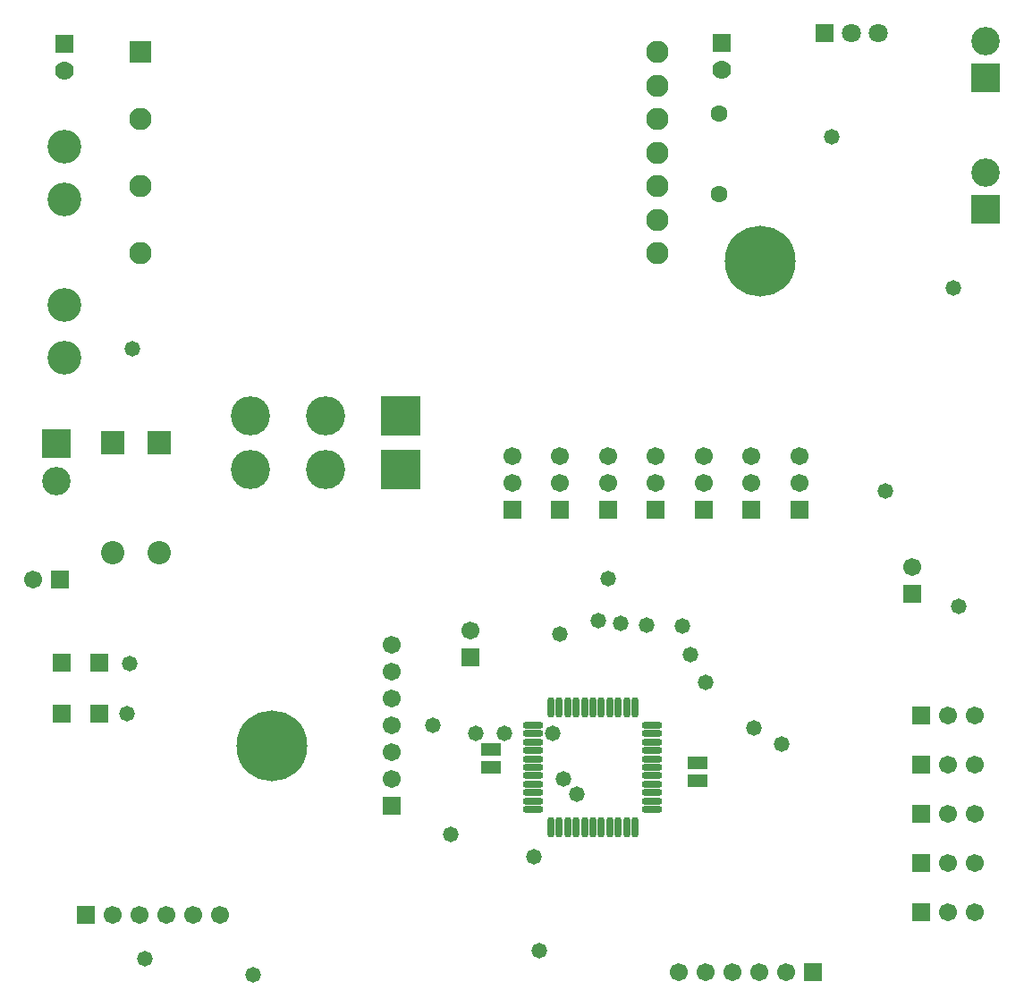
<source format=gbs>
%FSLAX23Y23*%
%MOIN*%
G70*
G01*
G75*
G04 Layer_Color=16711935*
%ADD10R,0.083X0.055*%
%ADD11R,0.061X0.035*%
%ADD12R,0.035X0.061*%
%ADD13R,0.067X0.039*%
%ADD14R,0.059X0.059*%
%ADD15C,0.039*%
%ADD16C,0.012*%
%ADD17C,0.020*%
%ADD18R,0.059X0.059*%
%ADD19C,0.059*%
%ADD20C,0.256*%
%ADD21C,0.118*%
%ADD22C,0.075*%
%ADD23R,0.075X0.075*%
%ADD24C,0.062*%
%ADD25R,0.062X0.062*%
%ADD26R,0.138X0.138*%
%ADD27C,0.138*%
%ADD28R,0.063X0.063*%
%ADD29C,0.063*%
%ADD30C,0.098*%
%ADD31R,0.098X0.098*%
%ADD32C,0.055*%
%ADD33C,0.079*%
%ADD34R,0.079X0.079*%
%ADD35C,0.050*%
%ADD36O,0.020X0.069*%
%ADD37O,0.069X0.020*%
%ADD38C,0.010*%
%ADD39C,0.006*%
%ADD40C,0.001*%
%ADD41C,0.008*%
%ADD42R,0.110X0.031*%
%ADD43R,0.091X0.063*%
%ADD44R,0.069X0.043*%
%ADD45R,0.043X0.069*%
%ADD46R,0.075X0.047*%
%ADD47R,0.067X0.067*%
%ADD48R,0.067X0.067*%
%ADD49C,0.067*%
%ADD50C,0.264*%
%ADD51C,0.126*%
%ADD52C,0.083*%
%ADD53R,0.083X0.083*%
%ADD54C,0.070*%
%ADD55R,0.070X0.070*%
%ADD56R,0.146X0.146*%
%ADD57C,0.146*%
%ADD58R,0.071X0.071*%
%ADD59C,0.071*%
%ADD60C,0.106*%
%ADD61R,0.106X0.106*%
%ADD62C,0.063*%
%ADD63C,0.087*%
%ADD64R,0.087X0.087*%
%ADD65C,0.058*%
%ADD66O,0.028X0.077*%
%ADD67O,0.077X0.028*%
D46*
X3865Y4055D02*
D03*
Y3990D02*
D03*
X4635Y4005D02*
D03*
Y3940D02*
D03*
D47*
X2404Y4380D02*
D03*
X2266D02*
D03*
X2404Y4190D02*
D03*
X2266D02*
D03*
X5470Y3450D02*
D03*
Y3633D02*
D03*
Y3816D02*
D03*
Y3999D02*
D03*
Y4182D02*
D03*
X2355Y3440D02*
D03*
X5065Y3225D02*
D03*
X2260Y4690D02*
D03*
D48*
X3790Y4400D02*
D03*
X5435Y4635D02*
D03*
X3495Y3845D02*
D03*
X3945Y4950D02*
D03*
X4123D02*
D03*
X4302D02*
D03*
X4480D02*
D03*
X4658D02*
D03*
X4837D02*
D03*
X5015D02*
D03*
D49*
X3790Y4500D02*
D03*
X5435Y4735D02*
D03*
X3495Y4045D02*
D03*
Y3945D02*
D03*
Y4145D02*
D03*
Y4245D02*
D03*
Y4345D02*
D03*
Y4445D02*
D03*
X5570Y3450D02*
D03*
X5670D02*
D03*
X5570Y3633D02*
D03*
X5670D02*
D03*
X5570Y3816D02*
D03*
X5670D02*
D03*
X5570Y3999D02*
D03*
X5670D02*
D03*
X5570Y4182D02*
D03*
X5670D02*
D03*
X2855Y3440D02*
D03*
X2755D02*
D03*
X2655D02*
D03*
X2555D02*
D03*
X2455D02*
D03*
X3945Y5050D02*
D03*
Y5150D02*
D03*
X4123Y5050D02*
D03*
Y5150D02*
D03*
X4302Y5050D02*
D03*
Y5150D02*
D03*
X4480Y5050D02*
D03*
Y5150D02*
D03*
X4658Y5050D02*
D03*
Y5150D02*
D03*
X4837Y5050D02*
D03*
Y5150D02*
D03*
X5015Y5050D02*
D03*
Y5150D02*
D03*
X4965Y3225D02*
D03*
X4865D02*
D03*
X4765D02*
D03*
X4665D02*
D03*
X4565D02*
D03*
X2160Y4690D02*
D03*
D50*
X3050Y4070D02*
D03*
X4870Y5875D02*
D03*
D51*
X2275Y6106D02*
D03*
Y6302D02*
D03*
Y5515D02*
D03*
Y5712D02*
D03*
D52*
X4485Y6655D02*
D03*
Y6530D02*
D03*
Y6405D02*
D03*
Y6280D02*
D03*
Y6155D02*
D03*
Y6030D02*
D03*
Y5905D02*
D03*
X2560D02*
D03*
Y6155D02*
D03*
Y6405D02*
D03*
D53*
Y6655D02*
D03*
D54*
X2275Y6585D02*
D03*
X4725Y6590D02*
D03*
D55*
X2275Y6685D02*
D03*
X4725Y6690D02*
D03*
D56*
X3530Y5300D02*
D03*
Y5100D02*
D03*
D57*
X3250D02*
D03*
X2970D02*
D03*
X3250Y5300D02*
D03*
X2970D02*
D03*
D58*
X5110Y6725D02*
D03*
D59*
X5210D02*
D03*
X5310D02*
D03*
D60*
X5710Y6698D02*
D03*
X2245Y5057D02*
D03*
X5710Y6208D02*
D03*
D61*
Y6560D02*
D03*
X2245Y5195D02*
D03*
X5710Y6070D02*
D03*
D62*
X4715Y6425D02*
D03*
Y6125D02*
D03*
D63*
X2455Y4789D02*
D03*
X2630D02*
D03*
D64*
X2455Y5201D02*
D03*
X2630D02*
D03*
D65*
X2530Y5550D02*
D03*
X5135Y6340D02*
D03*
X5590Y5775D02*
D03*
X5335Y5020D02*
D03*
X3650Y4145D02*
D03*
X3810Y4115D02*
D03*
X4095D02*
D03*
X3915D02*
D03*
X4135Y3945D02*
D03*
X4185Y3890D02*
D03*
X2980Y3215D02*
D03*
X2575Y3275D02*
D03*
X4045Y3305D02*
D03*
X3715Y3740D02*
D03*
X4025Y3655D02*
D03*
X4123Y4488D02*
D03*
X4302Y4692D02*
D03*
X4265Y4535D02*
D03*
X4350Y4525D02*
D03*
X4445Y4520D02*
D03*
X4580Y4515D02*
D03*
X4950Y4075D02*
D03*
X4845Y4135D02*
D03*
X4610Y4410D02*
D03*
X4665Y4305D02*
D03*
X5610Y4590D02*
D03*
X2520Y4375D02*
D03*
X2510Y4190D02*
D03*
D66*
X4402Y4212D02*
D03*
X4371D02*
D03*
X4339D02*
D03*
X4308D02*
D03*
X4276D02*
D03*
X4245D02*
D03*
X4214D02*
D03*
X4182D02*
D03*
X4151D02*
D03*
X4119D02*
D03*
X4088D02*
D03*
Y3768D02*
D03*
X4119D02*
D03*
X4151D02*
D03*
X4182D02*
D03*
X4214D02*
D03*
X4245D02*
D03*
X4276D02*
D03*
X4308D02*
D03*
X4339D02*
D03*
X4371D02*
D03*
X4402D02*
D03*
D67*
X4023Y4147D02*
D03*
Y4116D02*
D03*
Y4084D02*
D03*
Y4053D02*
D03*
Y4021D02*
D03*
Y3990D02*
D03*
Y3959D02*
D03*
Y3927D02*
D03*
Y3896D02*
D03*
Y3864D02*
D03*
Y3833D02*
D03*
X4467D02*
D03*
Y3864D02*
D03*
Y3896D02*
D03*
Y3927D02*
D03*
Y3959D02*
D03*
Y3990D02*
D03*
Y4021D02*
D03*
Y4053D02*
D03*
Y4084D02*
D03*
Y4116D02*
D03*
Y4147D02*
D03*
M02*

</source>
